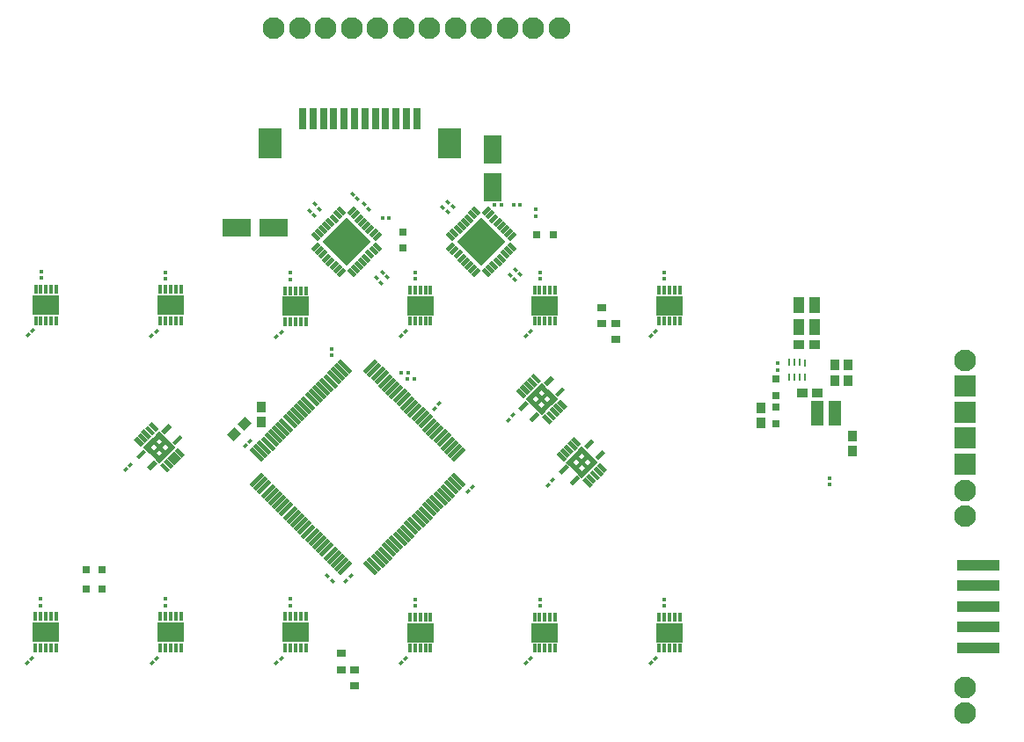
<source format=gts>
G04*
G04 #@! TF.GenerationSoftware,Altium Limited,Altium Designer,25.8.1 (18)*
G04*
G04 Layer_Color=8388736*
%FSLAX25Y25*%
%MOIN*%
G70*
G04*
G04 #@! TF.SameCoordinates,05C96C20-E816-43A1-9C29-CF923D7A875C*
G04*
G04*
G04 #@! TF.FilePolarity,Negative*
G04*
G01*
G75*
%ADD17R,0.03740X0.03959*%
%ADD18R,0.01300X0.01600*%
%ADD19R,0.03150X0.02975*%
%ADD21R,0.01000X0.03000*%
%ADD22R,0.03959X0.03740*%
G04:AMPARAMS|DCode=24|XSize=39.59mil|YSize=37.4mil|CornerRadius=0mil|HoleSize=0mil|Usage=FLASHONLY|Rotation=225.000|XOffset=0mil|YOffset=0mil|HoleType=Round|Shape=Rectangle|*
%AMROTATEDRECTD24*
4,1,4,0.00077,0.02722,0.02722,0.00077,-0.00077,-0.02722,-0.02722,-0.00077,0.00077,0.02722,0.0*
%
%ADD24ROTATEDRECTD24*%

G04:AMPARAMS|DCode=25|XSize=16mil|YSize=13mil|CornerRadius=0mil|HoleSize=0mil|Usage=FLASHONLY|Rotation=135.000|XOffset=0mil|YOffset=0mil|HoleType=Round|Shape=Rectangle|*
%AMROTATEDRECTD25*
4,1,4,0.01025,-0.00106,0.00106,-0.01025,-0.01025,0.00106,-0.00106,0.01025,0.01025,-0.00106,0.0*
%
%ADD25ROTATEDRECTD25*%

%ADD26R,0.01600X0.01300*%
G04:AMPARAMS|DCode=27|XSize=16mil|YSize=13mil|CornerRadius=0mil|HoleSize=0mil|Usage=FLASHONLY|Rotation=225.000|XOffset=0mil|YOffset=0mil|HoleType=Round|Shape=Rectangle|*
%AMROTATEDRECTD27*
4,1,4,0.00106,0.01025,0.01025,0.00106,-0.00106,-0.01025,-0.01025,-0.00106,0.00106,0.01025,0.0*
%
%ADD27ROTATEDRECTD27*%

%ADD33R,0.03200X0.03000*%
%ADD34R,0.02975X0.03150*%
%ADD43R,0.04409X0.06181*%
%ADD44R,0.01000X0.02800*%
%ADD45R,0.05118X0.09449*%
G04:AMPARAMS|DCode=46|XSize=62.01mil|YSize=15.75mil|CornerRadius=0mil|HoleSize=0mil|Usage=FLASHONLY|Rotation=315.000|XOffset=0mil|YOffset=0mil|HoleType=Round|Shape=Rectangle|*
%AMROTATEDRECTD46*
4,1,4,-0.02749,0.01636,-0.01636,0.02749,0.02749,-0.01636,0.01636,-0.02749,-0.02749,0.01636,0.0*
%
%ADD46ROTATEDRECTD46*%

G04:AMPARAMS|DCode=47|XSize=62.01mil|YSize=15.75mil|CornerRadius=0mil|HoleSize=0mil|Usage=FLASHONLY|Rotation=225.000|XOffset=0mil|YOffset=0mil|HoleType=Round|Shape=Rectangle|*
%AMROTATEDRECTD47*
4,1,4,0.01636,0.02749,0.02749,0.01636,-0.01636,-0.02749,-0.02749,-0.01636,0.01636,0.02749,0.0*
%
%ADD47ROTATEDRECTD47*%

%ADD48R,0.08868X0.11624*%
%ADD49R,0.02962X0.08080*%
%ADD50P,0.00100X4X180.0*%
G04:AMPARAMS|DCode=51|XSize=37.4mil|YSize=15.75mil|CornerRadius=0mil|HoleSize=0mil|Usage=FLASHONLY|Rotation=45.000|XOffset=0mil|YOffset=0mil|HoleType=Round|Shape=Rectangle|*
%AMROTATEDRECTD51*
4,1,4,-0.00766,-0.01879,-0.01879,-0.00766,0.00766,0.01879,0.01879,0.00766,-0.00766,-0.01879,0.0*
%
%ADD51ROTATEDRECTD51*%

%ADD52P,0.18374X4X180.0*%
G04:AMPARAMS|DCode=53|XSize=37.4mil|YSize=15.75mil|CornerRadius=0mil|HoleSize=0mil|Usage=FLASHONLY|Rotation=135.000|XOffset=0mil|YOffset=0mil|HoleType=Round|Shape=Rectangle|*
%AMROTATEDRECTD53*
4,1,4,0.01879,-0.00766,0.00766,-0.01879,-0.01879,0.00766,-0.00766,0.01879,0.01879,-0.00766,0.0*
%
%ADD53ROTATEDRECTD53*%

%ADD54R,0.06693X0.10630*%
%ADD55R,0.10630X0.06693*%
%ADD56R,0.10158X0.07284*%
%ADD57R,0.01575X0.03543*%
%ADD58R,0.16142X0.04331*%
%ADD59C,0.08268*%
%ADD60R,0.08268X0.08268*%
G36*
X430136Y330931D02*
X428968Y329762D01*
X426212Y332518D01*
X427381Y333687D01*
X430136Y330931D01*
D02*
G37*
G36*
X435008Y331716D02*
X432253Y328960D01*
X431084Y330129D01*
X433839Y332885D01*
X435008Y331716D01*
D02*
G37*
G36*
X428745Y329539D02*
X427576Y328370D01*
X424820Y331126D01*
X425989Y332295D01*
X428745Y329539D01*
D02*
G37*
G36*
X431692Y328699D02*
X431692D01*
X432806Y327585D01*
Y327585D01*
X433884Y326507D01*
Y326507D01*
X434998Y325393D01*
X434998D01*
X436376Y324016D01*
X434998Y322638D01*
X434998D01*
X433884Y321525D01*
Y321525D01*
X432806Y320446D01*
Y320446D01*
X431692Y319333D01*
X431692D01*
X430315Y317955D01*
X428937Y319333D01*
X428937D01*
X427824Y320446D01*
Y320446D01*
X426746Y321525D01*
Y321525D01*
X425632Y322638D01*
X425632D01*
X424254Y324016D01*
X425632Y325393D01*
X425632D01*
X426746Y326507D01*
Y326507D01*
X427824Y327585D01*
Y327585D01*
X428937Y328699D01*
X428937D01*
X430315Y330076D01*
X431692Y328699D01*
D02*
G37*
G36*
X427353Y328147D02*
X426184Y326978D01*
X423428Y329734D01*
X424597Y330903D01*
X427353Y328147D01*
D02*
G37*
G36*
X425961Y326755D02*
X424792Y325586D01*
X422036Y328342D01*
X423205Y329511D01*
X425961Y326755D01*
D02*
G37*
G36*
X439184Y327540D02*
X436428Y324784D01*
X435259Y325953D01*
X438015Y328709D01*
X439184Y327540D01*
D02*
G37*
G36*
X424569Y325363D02*
X423400Y324194D01*
X420644Y326950D01*
X421813Y328119D01*
X424569Y325363D01*
D02*
G37*
G36*
X439986Y321082D02*
X438817Y319913D01*
X436061Y322668D01*
X437230Y323837D01*
X439986Y321082D01*
D02*
G37*
G36*
X425371Y322078D02*
X422615Y319322D01*
X421446Y320491D01*
X424201Y323247D01*
X425371Y322078D01*
D02*
G37*
G36*
X438594Y319690D02*
X437425Y318521D01*
X434669Y321276D01*
X435838Y322445D01*
X438594Y319690D01*
D02*
G37*
G36*
X437202Y318298D02*
X436033Y317129D01*
X433277Y319884D01*
X434446Y321053D01*
X437202Y318298D01*
D02*
G37*
G36*
X435810Y316906D02*
X434641Y315737D01*
X431885Y318493D01*
X433054Y319661D01*
X435810Y316906D01*
D02*
G37*
G36*
X429546Y317902D02*
X426791Y315147D01*
X425622Y316316D01*
X428377Y319071D01*
X429546Y317902D01*
D02*
G37*
G36*
X434418Y315514D02*
X433249Y314345D01*
X430493Y317101D01*
X431662Y318269D01*
X434418Y315514D01*
D02*
G37*
G36*
X285255Y312597D02*
X284086Y311428D01*
X281330Y314184D01*
X282499Y315353D01*
X285255Y312597D01*
D02*
G37*
G36*
X290126Y313382D02*
X287371Y310627D01*
X286202Y311795D01*
X288957Y314551D01*
X290126Y313382D01*
D02*
G37*
G36*
X283863Y311205D02*
X282694Y310036D01*
X279938Y312792D01*
X281107Y313961D01*
X283863Y311205D01*
D02*
G37*
G36*
X286810Y310365D02*
D01*
X287924Y309251D01*
X287924Y309251D01*
X289003Y308173D01*
X289003Y308173D01*
X290116Y307060D01*
D01*
X291494Y305682D01*
X290116Y304305D01*
D01*
X289003Y303191D01*
X289003Y303191D01*
X287924Y302113D01*
X287924Y302113D01*
X286810Y300999D01*
D01*
X285433Y299622D01*
X284056Y300999D01*
D01*
X282942Y302113D01*
X282942Y302113D01*
X281864Y303191D01*
X281864Y303191D01*
X280750Y304305D01*
D01*
X279373Y305682D01*
X280750Y307060D01*
D01*
X281864Y308173D01*
X281864Y308173D01*
X282942Y309251D01*
X282942Y309251D01*
X284056Y310365D01*
D01*
X285433Y311742D01*
X286810Y310365D01*
D02*
G37*
G36*
X282471Y309813D02*
X281302Y308644D01*
X278546Y311400D01*
X279715Y312569D01*
X282471Y309813D01*
D02*
G37*
G36*
X281079Y308421D02*
X279910Y307252D01*
X277154Y310008D01*
X278323Y311177D01*
X281079Y308421D01*
D02*
G37*
G36*
X294302Y309206D02*
X291547Y306451D01*
X290377Y307620D01*
X293133Y310375D01*
X294302Y309206D01*
D02*
G37*
G36*
X279687Y307029D02*
X278518Y305860D01*
X275762Y308616D01*
X276931Y309785D01*
X279687Y307029D01*
D02*
G37*
G36*
X445321Y306915D02*
X444152Y305746D01*
X441396Y308502D01*
X442565Y309671D01*
X445321Y306915D01*
D02*
G37*
G36*
X450192Y307700D02*
X447437Y304944D01*
X446268Y306114D01*
X449023Y308869D01*
X450192Y307700D01*
D02*
G37*
G36*
X443929Y305523D02*
X442760Y304354D01*
X440004Y307110D01*
X441173Y308279D01*
X443929Y305523D01*
D02*
G37*
G36*
X446877Y304683D02*
X446877Y304683D01*
X447990Y303570D01*
D01*
X449069Y302491D01*
D01*
X450182Y301378D01*
X450182Y301378D01*
X451560Y300000D01*
X450182Y298622D01*
X450182Y298622D01*
X449069Y297509D01*
D01*
X447990Y296430D01*
D01*
X446877Y295317D01*
X446877Y295317D01*
X445499Y293939D01*
X444122Y295317D01*
X444122Y295317D01*
X443008Y296430D01*
D01*
X441930Y297509D01*
D01*
X440816Y298622D01*
X440816Y298622D01*
X439439Y300000D01*
X440816Y301378D01*
X440816Y301378D01*
X441930Y302491D01*
D01*
X443008Y303570D01*
D01*
X444122Y304683D01*
X444122Y304683D01*
X445499Y306061D01*
X446877Y304683D01*
D02*
G37*
G36*
X442537Y304131D02*
X441368Y302962D01*
X438612Y305718D01*
X439781Y306887D01*
X442537Y304131D01*
D02*
G37*
G36*
X295104Y302748D02*
X293935Y301579D01*
X291179Y304335D01*
X292348Y305504D01*
X295104Y302748D01*
D02*
G37*
G36*
X441145Y302739D02*
X439976Y301570D01*
X437220Y304326D01*
X438389Y305495D01*
X441145Y302739D01*
D02*
G37*
G36*
X280489Y303744D02*
X277733Y300989D01*
X276564Y302158D01*
X279320Y304913D01*
X280489Y303744D01*
D02*
G37*
G36*
X454368Y303524D02*
X451613Y300769D01*
X450444Y301938D01*
X453199Y304693D01*
X454368Y303524D01*
D02*
G37*
G36*
X293712Y301356D02*
X292543Y300187D01*
X289787Y302943D01*
X290956Y304112D01*
X293712Y301356D01*
D02*
G37*
G36*
X439753Y301347D02*
X438584Y300179D01*
X435828Y302934D01*
X436997Y304103D01*
X439753Y301347D01*
D02*
G37*
G36*
X292320Y299964D02*
X291151Y298795D01*
X288395Y301551D01*
X289564Y302720D01*
X292320Y299964D01*
D02*
G37*
G36*
X290928Y298572D02*
X289759Y297403D01*
X287003Y300159D01*
X288172Y301328D01*
X290928Y298572D01*
D02*
G37*
G36*
X284664Y299569D02*
X281909Y296813D01*
X280740Y297982D01*
X283495Y300738D01*
X284664Y299569D01*
D02*
G37*
G36*
X289536Y297180D02*
X288367Y296011D01*
X285612Y298767D01*
X286781Y299936D01*
X289536Y297180D01*
D02*
G37*
G36*
X455170Y297066D02*
X454001Y295897D01*
X451245Y298653D01*
X452414Y299821D01*
X455170Y297066D01*
D02*
G37*
G36*
X440555Y298062D02*
X437799Y295307D01*
X436630Y296476D01*
X439386Y299231D01*
X440555Y298062D01*
D02*
G37*
G36*
X453778Y295674D02*
X452609Y294505D01*
X449853Y297261D01*
X451022Y298430D01*
X453778Y295674D01*
D02*
G37*
G36*
X452386Y294282D02*
X451217Y293113D01*
X448461Y295869D01*
X449630Y297038D01*
X452386Y294282D01*
D02*
G37*
G36*
X450994Y292890D02*
X449825Y291721D01*
X447070Y294477D01*
X448239Y295646D01*
X450994Y292890D01*
D02*
G37*
G36*
X444731Y293886D02*
X441975Y291131D01*
X440806Y292300D01*
X443562Y295056D01*
X444731Y293886D01*
D02*
G37*
G36*
X449602Y291498D02*
X448433Y290329D01*
X445678Y293085D01*
X446847Y294254D01*
X449602Y291498D01*
D02*
G37*
%LPC*%
G36*
X430315Y327321D02*
X429201Y326208D01*
X430315Y325094D01*
X431428Y326208D01*
X430315Y327321D01*
D02*
G37*
G36*
X432507Y325129D02*
X431393Y324016D01*
X432507Y322902D01*
X433621Y324016D01*
X432507Y325129D01*
D02*
G37*
G36*
X428123D02*
X427009Y324016D01*
X428123Y322902D01*
X429237Y324016D01*
X428123Y325129D01*
D02*
G37*
G36*
X430315Y322937D02*
X429201Y321824D01*
X430315Y320710D01*
X431428Y321824D01*
X430315Y322937D01*
D02*
G37*
G36*
X285433Y308988D02*
X284319Y307874D01*
X285433Y306761D01*
X286547Y307874D01*
X285433Y308988D01*
D02*
G37*
G36*
X287625Y306796D02*
X286511Y305682D01*
X287625Y304568D01*
X288739Y305682D01*
X287625Y306796D01*
D02*
G37*
G36*
X283241D02*
X282127Y305682D01*
X283241Y304568D01*
X284355Y305682D01*
X283241Y306796D01*
D02*
G37*
G36*
X285433Y304604D02*
X284319Y303490D01*
X285433Y302376D01*
X286547Y303490D01*
X285433Y304604D01*
D02*
G37*
G36*
X445499Y303306D02*
X444386Y302192D01*
X445499Y301079D01*
X446613Y302192D01*
X445499Y303306D01*
D02*
G37*
G36*
X447691Y301114D02*
X446578Y300000D01*
X447691Y298886D01*
X448805Y300000D01*
X447691Y301114D01*
D02*
G37*
G36*
X443307D02*
X442194Y300000D01*
X443307Y298886D01*
X444421Y300000D01*
X443307Y301114D01*
D02*
G37*
G36*
X445499Y298921D02*
X444386Y297808D01*
X445499Y296694D01*
X446613Y297808D01*
X445499Y298921D01*
D02*
G37*
%LPD*%
D17*
X546457Y336724D02*
D03*
Y330993D02*
D03*
X541339Y336724D02*
D03*
Y330993D02*
D03*
X548032Y309952D02*
D03*
Y304221D02*
D03*
X513386Y314851D02*
D03*
Y320582D02*
D03*
X324016Y315245D02*
D03*
Y320976D02*
D03*
D18*
X519685Y334970D02*
D03*
Y337471D02*
D03*
X539370Y291520D02*
D03*
Y294020D02*
D03*
X350787Y342982D02*
D03*
Y340482D02*
D03*
X240528Y245624D02*
D03*
Y248124D02*
D03*
X476803Y369423D02*
D03*
Y371923D02*
D03*
X429559Y369423D02*
D03*
Y371923D02*
D03*
X382315Y369423D02*
D03*
Y371923D02*
D03*
X335039Y369222D02*
D03*
Y371722D02*
D03*
X287748Y369423D02*
D03*
Y371923D02*
D03*
X476803Y245408D02*
D03*
X429559D02*
D03*
X382315D02*
D03*
X240850Y369773D02*
D03*
X335039Y245600D02*
D03*
X287795D02*
D03*
X476803Y247907D02*
D03*
X429559D02*
D03*
X427953Y393238D02*
D03*
X240850Y372273D02*
D03*
X382315Y247907D02*
D03*
X335039Y248100D02*
D03*
X287795D02*
D03*
X427953Y395738D02*
D03*
D19*
X518898Y320779D02*
D03*
Y314654D02*
D03*
Y331409D02*
D03*
Y325284D02*
D03*
X377559Y387314D02*
D03*
Y381190D02*
D03*
D21*
X530119Y337695D02*
D03*
D22*
X533574Y344488D02*
D03*
X527843D02*
D03*
X534755Y326378D02*
D03*
X529024D02*
D03*
D24*
X317774Y314625D02*
D03*
X313722Y310572D02*
D03*
D25*
X350884Y255022D02*
D03*
X349116Y256789D02*
D03*
X420376Y372931D02*
D03*
X422144Y371163D02*
D03*
X418407Y370963D02*
D03*
X420175Y369195D02*
D03*
X358565Y401671D02*
D03*
X360333Y399903D02*
D03*
X364663Y395967D02*
D03*
X362896Y397734D02*
D03*
X367620Y369781D02*
D03*
X369388Y368014D02*
D03*
X370079Y372047D02*
D03*
X371847Y370280D02*
D03*
X346160Y395967D02*
D03*
X344392Y397734D02*
D03*
X344191Y393604D02*
D03*
X342423Y395372D02*
D03*
X394785Y398522D02*
D03*
X392817Y396553D02*
D03*
X396553Y396754D02*
D03*
X394585Y394785D02*
D03*
D26*
X379596Y333858D02*
D03*
X377097D02*
D03*
X381959Y331496D02*
D03*
X379459D02*
D03*
X372510Y392520D02*
D03*
X370010D02*
D03*
X415029Y397638D02*
D03*
X412530D02*
D03*
X422116D02*
D03*
X419616D02*
D03*
D27*
X391435Y322144D02*
D03*
X389667Y320376D02*
D03*
X402266Y288880D02*
D03*
X404034Y290648D02*
D03*
X356203Y255022D02*
D03*
X357970Y256789D02*
D03*
X319781Y307970D02*
D03*
X318014Y306203D02*
D03*
X417620Y316045D02*
D03*
X419388Y317813D02*
D03*
X426112Y349510D02*
D03*
X424344Y347742D02*
D03*
X432677Y291339D02*
D03*
X434445Y293106D02*
D03*
X274506Y298915D02*
D03*
X272738Y297148D02*
D03*
X237081Y225711D02*
D03*
X235313Y223943D02*
D03*
X473356Y349510D02*
D03*
X471589Y347742D02*
D03*
X378868Y349510D02*
D03*
X377100Y347742D02*
D03*
X331592Y349309D02*
D03*
X329825Y347541D02*
D03*
X284301Y349510D02*
D03*
X282533Y347742D02*
D03*
X473356Y225494D02*
D03*
X426112D02*
D03*
X237403Y349860D02*
D03*
X378868Y225494D02*
D03*
X331592Y225687D02*
D03*
X284349D02*
D03*
X471589Y223726D02*
D03*
X235635Y348092D02*
D03*
X424344Y223726D02*
D03*
X377100D02*
D03*
X329825Y223919D02*
D03*
X282581D02*
D03*
D33*
X359449Y215060D02*
D03*
Y221160D02*
D03*
X458268Y346556D02*
D03*
Y352656D02*
D03*
X354331Y221359D02*
D03*
Y227460D02*
D03*
X453150Y352462D02*
D03*
Y358562D02*
D03*
D34*
X263692Y251969D02*
D03*
X257568D02*
D03*
Y259055D02*
D03*
X263692D02*
D03*
X434558Y386221D02*
D03*
X428434D02*
D03*
D43*
X527559Y359449D02*
D03*
X533858D02*
D03*
X527559Y351181D02*
D03*
X533858D02*
D03*
D44*
X530119Y332283D02*
D03*
X528150D02*
D03*
X526181D02*
D03*
X524212D02*
D03*
Y337795D02*
D03*
X526181D02*
D03*
X528150D02*
D03*
D45*
X541535Y318504D02*
D03*
X534842D02*
D03*
D46*
X398875Y293193D02*
D03*
X397483Y291801D02*
D03*
X396091Y290409D02*
D03*
X394699Y289017D02*
D03*
X393307Y287625D02*
D03*
X391915Y286233D02*
D03*
X390523Y284841D02*
D03*
X389131Y283450D02*
D03*
X387739Y282058D02*
D03*
X386347Y280666D02*
D03*
X384956Y279274D02*
D03*
X383564Y277882D02*
D03*
X382172Y276490D02*
D03*
X380780Y275098D02*
D03*
X379388Y273706D02*
D03*
X377996Y272314D02*
D03*
X376604Y270922D02*
D03*
X375212Y269530D02*
D03*
X373820Y268138D02*
D03*
X372428Y266746D02*
D03*
X371036Y265354D02*
D03*
X369644Y263962D02*
D03*
X368252Y262570D02*
D03*
X366860Y261178D02*
D03*
X365468Y259787D02*
D03*
X322385Y302870D02*
D03*
X323777Y304262D02*
D03*
X325169Y305654D02*
D03*
X326561Y307046D02*
D03*
X327953Y308438D02*
D03*
X329345Y309830D02*
D03*
X330737Y311222D02*
D03*
X332129Y312614D02*
D03*
X333520Y314005D02*
D03*
X334912Y315397D02*
D03*
X336304Y316789D02*
D03*
X337696Y318181D02*
D03*
X339088Y319573D02*
D03*
X340480Y320965D02*
D03*
X341872Y322357D02*
D03*
X343264Y323749D02*
D03*
X344656Y325141D02*
D03*
X346048Y326533D02*
D03*
X347440Y327925D02*
D03*
X348832Y329317D02*
D03*
X350224Y330709D02*
D03*
X351616Y332101D02*
D03*
X353008Y333493D02*
D03*
X354400Y334885D02*
D03*
X355791Y336277D02*
D03*
D47*
Y259787D02*
D03*
X354400Y261178D02*
D03*
X353008Y262570D02*
D03*
X351616Y263962D02*
D03*
X350224Y265354D02*
D03*
X348832Y266746D02*
D03*
X347440Y268138D02*
D03*
X346048Y269530D02*
D03*
X344656Y270922D02*
D03*
X343264Y272314D02*
D03*
X340480Y275098D02*
D03*
X337696Y277882D02*
D03*
X336304Y279274D02*
D03*
X334912Y280666D02*
D03*
X333520Y282058D02*
D03*
X332129Y283450D02*
D03*
X330737Y284841D02*
D03*
X329345Y286233D02*
D03*
X327953Y287625D02*
D03*
X326561Y289017D02*
D03*
X325169Y290409D02*
D03*
X365468Y336277D02*
D03*
X366860Y334885D02*
D03*
X368252Y333493D02*
D03*
X369644Y332101D02*
D03*
X371036Y330709D02*
D03*
X372428Y329317D02*
D03*
X373820Y327925D02*
D03*
X375212Y326533D02*
D03*
X376604Y325141D02*
D03*
X377996Y323749D02*
D03*
X379388Y322357D02*
D03*
X380780Y320965D02*
D03*
X382172Y319573D02*
D03*
X383564Y318181D02*
D03*
X384956Y316789D02*
D03*
X386347Y315397D02*
D03*
X387739Y314005D02*
D03*
X389131Y312614D02*
D03*
X390523Y311222D02*
D03*
X391915Y309830D02*
D03*
X393307Y308438D02*
D03*
X394699Y307046D02*
D03*
X396091Y305654D02*
D03*
X397483Y304262D02*
D03*
X398875Y302870D02*
D03*
X322385Y293193D02*
D03*
X323777Y291801D02*
D03*
X341872Y273706D02*
D03*
X339088Y276490D02*
D03*
D48*
X395392Y420900D02*
D03*
X327282D02*
D03*
D49*
X367242Y430152D02*
D03*
X363305D02*
D03*
X359368D02*
D03*
X355431D02*
D03*
X351494D02*
D03*
X347557D02*
D03*
X343620Y430152D02*
D03*
X339683Y430152D02*
D03*
X375116D02*
D03*
X379053D02*
D03*
X371179Y430152D02*
D03*
X382990D02*
D03*
D50*
X285433Y305682D02*
D03*
X445499Y300000D02*
D03*
X430315Y324016D02*
D03*
D51*
X363816Y389589D02*
D03*
X409429Y395157D02*
D03*
X410821Y393765D02*
D03*
X412213Y392373D02*
D03*
X413605Y390981D02*
D03*
X414997Y389589D02*
D03*
X416389Y388197D02*
D03*
X417781Y386805D02*
D03*
X419173Y385413D02*
D03*
X405532Y371772D02*
D03*
X404140Y373164D02*
D03*
X402748Y374556D02*
D03*
X401356Y375948D02*
D03*
X399964Y377340D02*
D03*
X398572Y378732D02*
D03*
X397180Y380124D02*
D03*
X395788Y381516D02*
D03*
X358248Y395157D02*
D03*
X359640Y393765D02*
D03*
X361032Y392373D02*
D03*
X362424Y390981D02*
D03*
X365208Y388197D02*
D03*
X366600Y386805D02*
D03*
X367991Y385413D02*
D03*
X354350Y371772D02*
D03*
X352959Y373164D02*
D03*
X351567Y374556D02*
D03*
X350175Y375948D02*
D03*
X348783Y377340D02*
D03*
X347391Y378732D02*
D03*
X345999Y380124D02*
D03*
X344607Y381516D02*
D03*
D52*
X407480Y383465D02*
D03*
X356299D02*
D03*
D53*
X395788Y385413D02*
D03*
X397180Y386805D02*
D03*
X398572Y388197D02*
D03*
X399964Y389589D02*
D03*
X401356Y390981D02*
D03*
X402748Y392373D02*
D03*
X404140Y393765D02*
D03*
X405532Y395157D02*
D03*
X419173Y381516D02*
D03*
X417781Y380124D02*
D03*
X416389Y378732D02*
D03*
X414997Y377340D02*
D03*
X413605Y375948D02*
D03*
X412213Y374556D02*
D03*
X410821Y373164D02*
D03*
X409429Y371772D02*
D03*
X344607Y385413D02*
D03*
X345999Y386805D02*
D03*
X347391Y388197D02*
D03*
X348783Y389589D02*
D03*
X350175Y390981D02*
D03*
X351567Y392373D02*
D03*
X352959Y393765D02*
D03*
X354350Y395157D02*
D03*
X367991Y381516D02*
D03*
X366600Y380124D02*
D03*
X365208Y378732D02*
D03*
X363816Y377340D02*
D03*
X362424Y375948D02*
D03*
X361032Y374556D02*
D03*
X359640Y373164D02*
D03*
X358248Y371772D02*
D03*
D54*
X411811Y404331D02*
D03*
Y418504D02*
D03*
D55*
X328740Y388976D02*
D03*
X314567D02*
D03*
D56*
X242480Y235524D02*
D03*
X478756Y359323D02*
D03*
X431512D02*
D03*
X384268D02*
D03*
X336992Y359122D02*
D03*
X478756Y235307D02*
D03*
X431512D02*
D03*
X289748Y359516D02*
D03*
X242500D02*
D03*
X384268Y235307D02*
D03*
X336992Y235500D02*
D03*
X289748D02*
D03*
D57*
X238543Y241429D02*
D03*
X240512D02*
D03*
X242480D02*
D03*
X244449D02*
D03*
X246417D02*
D03*
Y229618D02*
D03*
X244449D02*
D03*
X242480D02*
D03*
X240512D02*
D03*
X238543D02*
D03*
X474819Y365228D02*
D03*
X476787D02*
D03*
X478756D02*
D03*
X480724D02*
D03*
X482693D02*
D03*
Y353417D02*
D03*
X480724D02*
D03*
X478756D02*
D03*
X476787D02*
D03*
X474819D02*
D03*
X427575Y365228D02*
D03*
X429543D02*
D03*
X431512D02*
D03*
X433480D02*
D03*
X435449D02*
D03*
Y353417D02*
D03*
X433480D02*
D03*
X431512D02*
D03*
X429543D02*
D03*
X427575D02*
D03*
X380331Y365228D02*
D03*
X382299D02*
D03*
X384268D02*
D03*
X386236D02*
D03*
X388205D02*
D03*
Y353417D02*
D03*
X386236D02*
D03*
X384268D02*
D03*
X382299D02*
D03*
X380331D02*
D03*
X333055Y365028D02*
D03*
X335024D02*
D03*
X336992D02*
D03*
X338961D02*
D03*
X340929D02*
D03*
Y353217D02*
D03*
X338961D02*
D03*
X336992D02*
D03*
X335024D02*
D03*
X333055D02*
D03*
X478756Y241213D02*
D03*
X431512D02*
D03*
X384268D02*
D03*
X242500Y365421D02*
D03*
X336992Y241406D02*
D03*
X289748Y365421D02*
D03*
Y241406D02*
D03*
X480724Y241213D02*
D03*
X433480D02*
D03*
X386236D02*
D03*
X291717Y365421D02*
D03*
X244468D02*
D03*
X338961Y241406D02*
D03*
X291717D02*
D03*
X476787Y229402D02*
D03*
X293685Y365421D02*
D03*
X429543Y229402D02*
D03*
Y241213D02*
D03*
X476787D02*
D03*
X482693D02*
D03*
X474819Y229402D02*
D03*
X388205Y241213D02*
D03*
X382299D02*
D03*
X427575Y229402D02*
D03*
X287779Y365421D02*
D03*
X285811Y353610D02*
D03*
X240531Y365421D02*
D03*
X238563Y353610D02*
D03*
X335024Y241406D02*
D03*
X380331Y229402D02*
D03*
X333055Y229594D02*
D03*
X287779Y241406D02*
D03*
X293685D02*
D03*
X285811Y229594D02*
D03*
X435449Y241213D02*
D03*
X382299Y229402D02*
D03*
X340929Y241406D02*
D03*
X335024Y229594D02*
D03*
X478756Y229402D02*
D03*
X431512D02*
D03*
X246437Y365421D02*
D03*
X289748Y353610D02*
D03*
X287779D02*
D03*
X242500D02*
D03*
X240531D02*
D03*
X384268Y229402D02*
D03*
X336992Y229594D02*
D03*
X289748D02*
D03*
X287779D02*
D03*
X285811Y241406D02*
D03*
X293685Y229594D02*
D03*
X291717D02*
D03*
X333055Y241406D02*
D03*
X340929Y229594D02*
D03*
X338961D02*
D03*
X380331Y241213D02*
D03*
X388205Y229402D02*
D03*
X386236D02*
D03*
X427575Y241213D02*
D03*
X435449Y229402D02*
D03*
X433480D02*
D03*
X474819Y241213D02*
D03*
X482693Y229402D02*
D03*
X480724D02*
D03*
X238563Y365421D02*
D03*
X246437Y353610D02*
D03*
X244468D02*
D03*
X285811Y365421D02*
D03*
X293685Y353610D02*
D03*
X291717D02*
D03*
D58*
X595669Y229528D02*
D03*
X595669Y237402D02*
D03*
X595669Y261024D02*
D03*
X595669Y253150D02*
D03*
X595669Y245276D02*
D03*
D59*
X590584Y279641D02*
D03*
X590551Y204724D02*
D03*
Y214567D02*
D03*
Y289370D02*
D03*
X437008Y464567D02*
D03*
X427165D02*
D03*
X417323D02*
D03*
X407480D02*
D03*
X397638D02*
D03*
X387795D02*
D03*
X377953D02*
D03*
X368110D02*
D03*
X358268D02*
D03*
X348425D02*
D03*
X338583D02*
D03*
X328740D02*
D03*
X590551Y338583D02*
D03*
D60*
Y299213D02*
D03*
Y309055D02*
D03*
Y318898D02*
D03*
Y328740D02*
D03*
M02*

</source>
